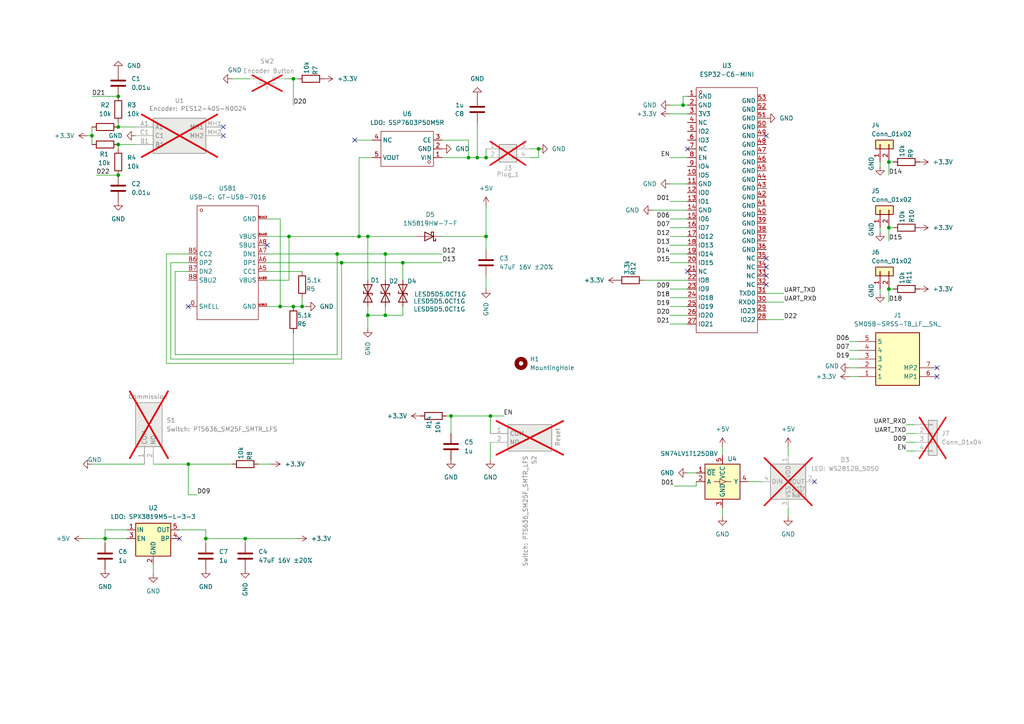
<source format=kicad_sch>
(kicad_sch (version 20231120) (generator "eeschema") (generator_version "8.0")
  (paper "A4")
  (lib_symbols
    (symbol "Connector_Generic:Conn_01x02" (pin_names (offset 1.016) hide)
      (property "Reference" "J" (at 0 2.54 0))
      (property "Value" "Conn_01x02" (at 0 -5.08 0))
      (symbol "Conn_01x02_1_1"
        (pin passive line (at -5.08 0 0) (length 3.81) (name "Pin_1") (number "1"))
        (pin passive line (at -5.08 -2.54 0) (length 3.81) (name "Pin_2") (number "2"))
      )
    )
    (symbol "Connector_Generic:Conn_01x04" (pin_names (offset 1.016) hide)
      (property "Reference" "J" (at 0 5.08 0))
      (property "Value" "Conn_01x04" (at 0 -7.62 0))
      (symbol "Conn_01x04_1_1"
        (pin passive line (at -5.08 2.54 0) (length 3.81) (name "Pin_1") (number "1"))
        (pin passive line (at -5.08 0 0) (length 3.81) (name "Pin_2") (number "2"))
        (pin passive line (at -5.08 -2.54 0) (length 3.81) (name "Pin_3") (number "3"))
        (pin passive line (at -5.08 -5.08 0) (length 3.81) (name "Pin_4") (number "4"))
      )
    )
    (symbol "Connector_Generic:Conn_02x02_Top_Bottom" (pin_names (offset 1.016) hide)
      (property "Reference" "J" (at 1.27 2.54 0))
      (property "Value" "Conn_02x02_Top_Bottom" (at 1.27 -5.08 0))
      (symbol "Conn_02x02_Top_Bottom_1_1"
        (pin passive line (at -5.08 0 0) (length 3.81) (name "Pin_1") (number "1"))
        (pin passive line (at -5.08 -2.54 0) (length 3.81) (name "Pin_2") (number "2"))
        (pin passive line (at 7.62 0 180) (length 3.81) (name "Pin_3") (number "3"))
        (pin passive line (at 7.62 -2.54 180) (length 3.81) (name "Pin_4") (number "4"))
      )
    )
    (symbol "Device:C" (pin_numbers hide) (pin_names (offset 0.254))
      (property "Reference" "C" (at 0.635 2.54 0))
      (property "Value" "C" (at 0.635 -2.54 0))
      (symbol "C_1_1"
        (pin passive line (at 0 3.81 270) (length 2.794) (name "~") (number "1"))
        (pin passive line (at 0 -3.81 90) (length 2.794) (name "~") (number "2"))
      )
    )
    (symbol "Device:D_Schottky" (pin_numbers hide) (pin_names (offset 1.016) hide)
      (property "Reference" "D" (at 0 2.54 0))
      (property "Value" "D_Schottky" (at 0 -2.54 0))
      (symbol "D_Schottky_1_1"
        (pin passive line (at -3.81 0 0) (length 2.54) (name "K") (number "1"))
        (pin passive line (at 3.81 0 180) (length 2.54) (name "A") (number "2"))
      )
    )
    (symbol "Device:D_TVS" (pin_numbers hide) (pin_names (offset 1.016) hide)
      (property "Reference" "D" (at 0 2.54 0))
      (property "Value" "D_TVS" (at 0 -2.54 0))
      (symbol "D_TVS_1_1"
        (pin passive line (at -3.81 0 0) (length 2.54) (name "A1") (number "1"))
        (pin passive line (at 3.81 0 180) (length 2.54) (name "A2") (number "2"))
      )
    )
    (symbol "Device:R" (pin_numbers hide) (pin_names (offset 0))
      (property "Reference" "R" (at 2.032 0 90))
      (property "Value" "R" (at 0 0 90))
      (symbol "R_1_1"
        (pin passive line (at 0 3.81 270) (length 1.27) (name "~") (number "1"))
        (pin passive line (at 0 -3.81 90) (length 1.27) (name "~") (number "2"))
      )
    )
    (symbol "GND_4" (power) (pin_numbers hide) (pin_names (offset 0) hide)
      (property "Value" "GND" (at 0 -3.81 0))
      (symbol "GND_4_1_1"
        (pin power_in line (at 0 0 270) (length 0) (name "~") (number "1"))
      )
    )
    (symbol "Logic_LevelTranslator:SN74LV1T125DBV"
      (property "Reference" "U" (at 5.08 6.35 0))
      (property "Value" "SN74LV1T125DBV" (at 5.08 3.81 0))
      (symbol "SN74LV1T125DBV_1_1"
        (pin input line (at -7.62 2.54 0) (length 2.54) (name "~{OE}") (number "1"))
        (pin input line (at -7.62 0 0) (length 2.54) (name "A") (number "2"))
        (pin power_in line (at 0 -7.62 90) (length 2.54) (name "GND") (number "3"))
        (pin output line (at 7.62 0 180) (length 2.54) (name "Y") (number "4"))
        (pin power_in line (at 0 7.62 270) (length 2.54) (name "VCC") (number "5"))
      )
    )
    (symbol "Mechanical:MountingHole" (pin_names (offset 1.016)) (exclude_from_sim yes) (in_bom no)
      (property "Reference" "H" (at 0 5.08 0))
      (property "Value" "MountingHole" (at 0 3.175 0))
    )
    (symbol "ProProject_New Project_2024-06-28_12-44-45_2024-06-28:GT-USB-7016"
      (property "Reference" "USB" (at 0 0 0))
      (symbol "GT-USB-7016_1_0"
        (pin unspecified line (at -12.7 -12.7 0) (length 2.54) (name "SHELL") (number "0"))
        (pin unspecified line (at 10.16 -12.7 180) (length 2.54) (name "GND") (number "A1B12"))
        (pin unspecified line (at 10.16 -5.08 180) (length 2.54) (name "VBUS") (number "A4B9"))
        (pin unspecified line (at 10.16 -2.54 180) (length 2.54) (name "CC1") (number "A5"))
        (pin unspecified line (at 10.16 0 180) (length 2.54) (name "DP1") (number "A6"))
        (pin unspecified line (at 10.16 2.54 180) (length 2.54) (name "DN1") (number "A7"))
        (pin unspecified line (at 10.16 5.08 180) (length 2.54) (name "SBU1") (number "A8"))
        (pin unspecified line (at 10.16 12.7 180) (length 2.54) (name "GND") (number "B1A12"))
        (pin unspecified line (at 10.16 7.62 180) (length 2.54) (name "VBUS") (number "B4A9"))
        (pin unspecified line (at -12.7 2.54 0) (length 2.54) (name "CC2") (number "B5"))
        (pin unspecified line (at -12.7 0 0) (length 2.54) (name "DP2") (number "B6"))
        (pin unspecified line (at -12.7 -2.54 0) (length 2.54) (name "DN2") (number "B7"))
        (pin unspecified line (at -12.7 -5.08 0) (length 2.54) (name "SBU2") (number "B8"))
      )
    )
    (symbol "Regulator_Linear:SPX3819M5-L-3-3" (pin_names (offset 0.254))
      (property "Reference" "U" (at -3.81 5.715 0))
      (property "Value" "SPX3819M5-L-3-3" (at 0 5.715 0))
      (symbol "SPX3819M5-L-3-3_1_1"
        (pin power_in line (at -7.62 2.54 0) (length 2.54) (name "IN") (number "1"))
        (pin power_in line (at 0 -7.62 90) (length 2.54) (name "GND") (number "2"))
        (pin input line (at -7.62 0 0) (length 2.54) (name "EN") (number "3"))
        (pin input line (at 7.62 0 180) (length 2.54) (name "BP") (number "4"))
        (pin power_out line (at 7.62 2.54 180) (length 2.54) (name "OUT") (number "5"))
      )
    )
    (symbol "SparkFun-LED:WS2812B_5050" (pin_names (offset 0.254))
      (property "Reference" "D" (at 5.08 5.715 0))
      (property "Value" "WS2812B_5050" (at 1.27 -5.715 0))
      (symbol "WS2812B_5050_0_0"
        (text "RGB" (at 2.286 -4.191 0) (effects (font (size 0.762 0.762))))
      )
      (symbol "WS2812B_5050_1_1"
        (pin power_in line (at 0 7.62 270) (length 2.54) (name "VDD") (number "1"))
        (pin output line (at 7.62 0 180) (length 2.54) (name "DOUT") (number "2"))
        (pin power_in line (at 0 -7.62 90) (length 2.54) (name "VSS") (number "3"))
        (pin input line (at -7.62 0 0) (length 2.54) (name "DIN") (number "4"))
      )
    )
    (symbol "Switch:SW_Push" (pin_numbers hide) (pin_names (offset 1.016) hide)
      (property "Reference" "SW" (at 1.27 2.54 0))
      (property "Value" "SW_Push" (at 0 -1.524 0))
      (symbol "SW_Push_0_1"
        (pin passive line (at -5.08 0 0) (length 2.54) (name "1") (number "1"))
        (pin passive line (at 5.08 0 180) (length 2.54) (name "2") (number "2"))
      )
    )
    (symbol "bourns:PES12-40S-N0024"
      (property "Reference" "U" (at 21.59 7.62 0))
      (property "Value" "PES12-40S-N0024" (at 21.59 5.08 0))
      (symbol "PES12-40S-N0024_1_1"
        (pin passive line (at 0 0 0) (length 5.08) (name "A1") (number "A1"))
        (pin passive line (at 0 -5.08 0) (length 5.08) (name "B1") (number "B1"))
        (pin passive line (at 0 -2.54 0) (length 5.08) (name "C1") (number "C1"))
        (pin passive line (at 25.4 0 180) (length 5.08) (name "MH1") (number "MH1"))
        (pin passive line (at 25.4 -2.54 180) (length 5.08) (name "MH2") (number "MH2"))
      )
    )
    (symbol "button_ck:PTS636_SM25F_SMTR_LFS"
      (property "Reference" "S" (at 19.05 7.62 0))
      (property "Value" "PTS636_SM25F_SMTR_LFS" (at 19.05 5.08 0))
      (symbol "PTS636_SM25F_SMTR_LFS_1_1"
        (pin passive line (at 0 0 0) (length 5.08) (name "COM") (number "1"))
        (pin passive line (at 0 -2.54 0) (length 5.08) (name "NO") (number "2"))
      )
    )
    (symbol "connector_jst:SM05B-SRSS-TB_LF__SN_"
      (property "Reference" "J" (at 19.05 7.62 0))
      (property "Value" "SM05B-SRSS-TB_LF__SN_" (at 19.05 5.08 0))
      (symbol "SM05B-SRSS-TB_LF__SN__1_1"
        (pin passive line (at 22.86 0 180) (length 5.08) (name "1") (number "1"))
        (pin passive line (at 22.86 -2.54 180) (length 5.08) (name "2") (number "2"))
        (pin passive line (at 22.86 -5.08 180) (length 5.08) (name "3") (number "3"))
        (pin passive line (at 22.86 -7.62 180) (length 5.08) (name "4") (number "4"))
        (pin passive line (at 22.86 -10.16 180) (length 5.08) (name "5") (number "5"))
        (pin passive line (at 0 0 0) (length 5.08) (name "MP1") (number "6"))
        (pin passive line (at 0 -2.54 0) (length 5.08) (name "MP2") (number "7"))
      )
    )
    (symbol "espressif_mcu:ESP32-C6-MINI-1-N4"
      (property "Reference" "U" (at 0 0 0))
      (property "Footprint" "espressif_mcu:WIFIM-SMD_61P-L16.6-W13.2-P0.80-ESP32-C6-MINI-1-N4" (at 0 0 0))
      (symbol "ESP32-C6-MINI-1-N4_1_0"
        (pin unspecified line (at -11.43 33.02 0) (length 2.54) (name "GND") (number "1"))
        (pin unspecified line (at -11.43 10.16 0) (length 2.54) (name "IO5") (number "10"))
        (pin unspecified line (at -11.43 7.62 0) (length 2.54) (name "GND") (number "11"))
        (pin unspecified line (at -11.43 5.08 0) (length 2.54) (name "IO0") (number "12"))
        (pin unspecified line (at -11.43 2.54 0) (length 2.54) (name "IO1") (number "13"))
        (pin unspecified line (at -11.43 0 0) (length 2.54) (name "GND") (number "14"))
        (pin unspecified line (at -11.43 -2.54 0) (length 2.54) (name "IO6") (number "15"))
        (pin unspecified line (at -11.43 -5.08 0) (length 2.54) (name "IO7") (number "16"))
        (pin unspecified line (at -11.43 -7.62 0) (length 2.54) (name "IO12") (number "17"))
        (pin unspecified line (at -11.43 -10.16 0) (length 2.54) (name "IO13") (number "18"))
        (pin unspecified line (at -11.43 -12.7 0) (length 2.54) (name "IO14") (number "19"))
        (pin unspecified line (at -11.43 30.48 0) (length 2.54) (name "GND") (number "2"))
        (pin unspecified line (at -11.43 -15.24 0) (length 2.54) (name "IO15") (number "20"))
        (pin unspecified line (at -11.43 -17.78 0) (length 2.54) (name "NC") (number "21"))
        (pin unspecified line (at -11.43 -20.32 0) (length 2.54) (name "IO8") (number "22"))
        (pin unspecified line (at -11.43 -22.86 0) (length 2.54) (name "IO9") (number "23"))
        (pin unspecified line (at -11.43 -25.4 0) (length 2.54) (name "IO18") (number "24"))
        (pin unspecified line (at -11.43 -27.94 0) (length 2.54) (name "IO19") (number "25"))
        (pin unspecified line (at -11.43 -30.48 0) (length 2.54) (name "IO20") (number "26"))
        (pin unspecified line (at -11.43 -33.02 0) (length 2.54) (name "IO21") (number "27"))
        (pin unspecified line (at 11.43 -31.75 180) (length 2.54) (name "IO22") (number "28"))
        (pin unspecified line (at 11.43 -29.21 180) (length 2.54) (name "IO23") (number "29"))
        (pin unspecified line (at -11.43 27.94 0) (length 2.54) (name "3V3") (number "3"))
        (pin unspecified line (at 11.43 -26.67 180) (length 2.54) (name "RXD0") (number "30"))
        (pin unspecified line (at 11.43 -24.13 180) (length 2.54) (name "TXD0") (number "31"))
        (pin unspecified line (at 11.43 -21.59 180) (length 2.54) (name "NC") (number "32"))
        (pin unspecified line (at 11.43 -19.05 180) (length 2.54) (name "NC") (number "33"))
        (pin unspecified line (at 11.43 -16.51 180) (length 2.54) (name "NC") (number "34"))
        (pin unspecified line (at 11.43 -13.97 180) (length 2.54) (name "NC") (number "35"))
        (pin unspecified line (at 11.43 -11.43 180) (length 2.54) (name "GND") (number "36"))
        (pin unspecified line (at 11.43 -8.89 180) (length 2.54) (name "GND") (number "37"))
        (pin unspecified line (at 11.43 -6.35 180) (length 2.54) (name "GND") (number "38"))
        (pin unspecified line (at 11.43 -3.81 180) (length 2.54) (name "GND") (number "39"))
        (pin unspecified line (at -11.43 25.4 0) (length 2.54) (name "NC") (number "4"))
        (pin unspecified line (at 11.43 -1.27 180) (length 2.54) (name "GND") (number "40"))
        (pin unspecified line (at 11.43 1.27 180) (length 2.54) (name "GND") (number "41"))
        (pin unspecified line (at 11.43 3.81 180) (length 2.54) (name "GND") (number "42"))
        (pin unspecified line (at 11.43 6.35 180) (length 2.54) (name "GND") (number "43"))
        (pin unspecified line (at 11.43 8.89 180) (length 2.54) (name "GND") (number "44"))
        (pin unspecified line (at 11.43 11.43 180) (length 2.54) (name "GND") (number "45"))
        (pin unspecified line (at 11.43 13.97 180) (length 2.54) (name "GND") (number "46"))
        (pin unspecified line (at 11.43 16.51 180) (length 2.54) (name "GND") (number "47"))
        (pin unspecified line (at 11.43 19.05 180) (length 2.54) (name "GND") (number "48"))
        (pin unspecified line (at 11.43 21.59 180) (length 2.54) (name "GND") (number "49"))
        (pin unspecified line (at -11.43 22.86 0) (length 2.54) (name "IO2") (number "5"))
        (pin unspecified line (at 11.43 24.13 180) (length 2.54) (name "GND") (number "50"))
        (pin unspecified line (at 11.43 26.67 180) (length 2.54) (name "GND") (number "51"))
        (pin unspecified line (at 11.43 29.21 180) (length 2.54) (name "GND") (number "52"))
        (pin unspecified line (at 11.43 31.75 180) (length 2.54) (name "GND") (number "53"))
        (pin unspecified line (at -11.43 20.32 0) (length 2.54) (name "IO3") (number "6"))
        (pin unspecified line (at -11.43 17.78 0) (length 2.54) (name "NC") (number "7"))
        (pin unspecified line (at -11.43 15.24 0) (length 2.54) (name "EN") (number "8"))
        (pin unspecified line (at -11.43 12.7 0) (length 2.54) (name "IO4") (number "9"))
      )
    )
    (symbol "ldo_jlcpcb:SSP7603P50M5R"
      (property "Reference" "U" (at 0 0 0))
      (symbol "SSP7603P50M5R_1_0"
        (pin input line (at -10.16 2.54 0) (length 2.54) (name "VIN") (number "1"))
        (pin input line (at -10.16 0 0) (length 2.54) (name "GND") (number "2"))
        (pin input line (at -10.16 -2.54 0) (length 2.54) (name "CE") (number "3"))
        (pin input line (at 10.16 -2.54 180) (length 2.54) (name "NC") (number "4"))
        (pin input line (at 10.16 2.54 180) (length 2.54) (name "VOUT") (number "5"))
      )
    )
    (symbol "power:+3.3V" (power) (pin_numbers hide) (pin_names (offset 0) hide)
      (property "Value" "+3.3V" (at 0 3.556 0))
      (symbol "+3.3V_1_1"
        (pin power_in line (at 0 0 90) (length 0) (name "~") (number "1"))
      )
    )
    (symbol "power:+5V" (power) (pin_numbers hide) (pin_names (offset 0) hide)
      (property "Value" "+5V" (at 0 3.556 0))
      (symbol "+5V_1_1"
        (pin power_in line (at 0 0 90) (length 0) (name "~") (number "1"))
      )
    )
    (symbol "power:GND" (power) (pin_names (offset 0))
      (property "Value" "GND" (at 0 -3.81 0))
      (symbol "GND_1_1"
        (pin power_in line (at 0 0 270) (length 0) hide (name "GND") (number "1"))
      )
    )
  )
  (junction (at 104.14 68.58))
  (junction (at 99.06 76.2))
  (junction (at 135.89 45.72))
  (junction (at 26.67 39.37))
  (junction (at 257.81 66.04))
  (junction (at 30.48 156.21))
  (junction (at 111.76 73.66))
  (junction (at 34.29 36.83))
  (junction (at 85.09 22.86))
  (junction (at 130.81 120.65))
  (junction (at 198.12 30.48))
  (junction (at 87.63 88.9))
  (junction (at 85.09 88.9))
  (junction (at 83.82 68.58))
  (junction (at 97.79 73.66))
  (junction (at 54.61 134.62))
  (junction (at 257.81 83.82))
  (junction (at 106.68 91.44))
  (junction (at 59.69 156.21))
  (junction (at 81.28 88.9))
  (junction (at 138.43 45.72))
  (junction (at 140.97 45.72))
  (junction (at 111.76 91.44))
  (junction (at 156.21 43.18))
  (junction (at 106.68 68.58))
  (junction (at 34.29 50.8))
  (junction (at 257.81 46.99))
  (junction (at 140.97 68.58))
  (junction (at 71.12 156.21))
  (junction (at 116.84 76.2))
  (junction (at 34.29 27.94))
  (junction (at 142.24 120.65))
  (junction (at 34.29 41.91))
  (no_connect (at 236.22 139.7))
  (no_connect (at 102.87 40.64))
  (no_connect (at 64.77 36.83))
  (no_connect (at 54.61 88.9))
  (no_connect (at 271.78 106.68))
  (no_connect (at 222.25 82.55))
  (no_connect (at 271.78 109.22))
  (no_connect (at 222.25 39.37))
  (no_connect (at 77.47 71.12))
  (no_connect (at 222.25 74.93))
  (no_connect (at 64.77 39.37))
  (no_connect (at 199.39 78.74))
  (no_connect (at 222.25 80.01))
  (no_connect (at 222.25 77.47))
  (no_connect (at 199.39 43.18))
  (no_connect (at 52.07 156.21))
  (wire (pts (xy 111.76 91.44) (xy 116.84 91.44)))
  (wire (pts (xy 194.31 68.58) (xy 199.39 68.58)))
  (wire (pts (xy 25.4 39.37) (xy 26.67 39.37)))
  (wire (pts (xy 107.95 45.72) (xy 104.14 45.72)))
  (wire (pts (xy 71.12 156.21) (xy 71.12 157.48)))
  (wire (pts (xy 44.45 163.83) (xy 44.45 166.37)))
  (wire (pts (xy 142.24 120.65) (xy 142.24 125.73)))
  (wire (pts (xy 201.93 140.97) (xy 201.93 139.7)))
  (wire (pts (xy 194.31 73.66) (xy 199.39 73.66)))
  (wire (pts (xy 217.17 139.7) (xy 220.98 139.7)))
  (wire (pts (xy 77.47 81.28) (xy 83.82 81.28)))
  (wire (pts (xy 129.54 120.65) (xy 130.81 120.65)))
  (wire (pts (xy 138.43 45.72) (xy 140.97 45.72)))
  (wire (pts (xy 59.69 156.21) (xy 59.69 157.48)))
  (wire (pts (xy 198.12 30.48) (xy 199.39 30.48)))
  (wire (pts (xy 54.61 76.2) (xy 49.53 76.2)))
  (wire (pts (xy 97.79 73.66) (xy 97.79 102.87)))
  (wire (pts (xy 77.47 78.74) (xy 87.63 78.74)))
  (wire (pts (xy 228.6 129.54) (xy 228.6 132.08)))
  (wire (pts (xy 194.31 88.9) (xy 199.39 88.9)))
  (wire (pts (xy 128.27 68.58) (xy 140.97 68.58)))
  (wire (pts (xy 54.61 78.74) (xy 50.8 78.74)))
  (wire (pts (xy 194.31 93.98) (xy 199.39 93.98)))
  (wire (pts (xy 116.84 76.2) (xy 128.27 76.2)))
  (wire (pts (xy 48.26 73.66) (xy 48.26 105.41)))
  (wire (pts (xy 257.81 66.04) (xy 259.08 66.04)))
  (wire (pts (xy 130.81 120.65) (xy 130.81 125.73)))
  (wire (pts (xy 78.74 134.62) (xy 74.93 134.62)))
  (wire (pts (xy 106.68 91.44) (xy 111.76 91.44)))
  (wire (pts (xy 77.47 73.66) (xy 97.79 73.66)))
  (wire (pts (xy 24.13 156.21) (xy 30.48 156.21)))
  (wire (pts (xy 81.28 88.9) (xy 85.09 88.9)))
  (wire (pts (xy 194.31 71.12) (xy 199.39 71.12)))
  (wire (pts (xy 128.27 45.72) (xy 135.89 45.72)))
  (wire (pts (xy 198.12 27.94) (xy 198.12 30.48)))
  (wire (pts (xy 77.47 63.5) (xy 81.28 63.5)))
  (wire (pts (xy 140.97 68.58) (xy 140.97 72.39)))
  (wire (pts (xy 85.09 22.86) (xy 85.09 30.48)))
  (wire (pts (xy 85.09 22.86) (xy 86.36 22.86)))
  (wire (pts (xy 77.47 68.58) (xy 83.82 68.58)))
  (wire (pts (xy 36.83 153.67) (xy 30.48 153.67)))
  (wire (pts (xy 59.69 156.21) (xy 71.12 156.21)))
  (wire (pts (xy 34.29 35.56) (xy 34.29 36.83)))
  (wire (pts (xy 262.89 123.19) (xy 265.43 123.19)))
  (wire (pts (xy 111.76 73.66) (xy 128.27 73.66)))
  (wire (pts (xy 34.29 27.94) (xy 26.67 27.94)))
  (wire (pts (xy 104.14 45.72) (xy 104.14 68.58)))
  (wire (pts (xy 26.67 134.62) (xy 41.91 134.62)))
  (wire (pts (xy 257.81 66.04) (xy 257.81 69.85)))
  (wire (pts (xy 34.29 36.83) (xy 39.37 36.83)))
  (wire (pts (xy 209.55 147.32) (xy 209.55 149.86)))
  (wire (pts (xy 194.31 66.04) (xy 199.39 66.04)))
  (wire (pts (xy 85.09 105.41) (xy 85.09 96.52)))
  (wire (pts (xy 255.27 48.26) (xy 255.27 46.99)))
  (wire (pts (xy 54.61 143.51) (xy 54.61 134.62)))
  (wire (pts (xy 135.89 40.64) (xy 135.89 45.72)))
  (wire (pts (xy 30.48 156.21) (xy 36.83 156.21)))
  (wire (pts (xy 257.81 46.99) (xy 259.08 46.99)))
  (wire (pts (xy 262.89 130.81) (xy 265.43 130.81)))
  (wire (pts (xy 106.68 88.9) (xy 106.68 91.44)))
  (wire (pts (xy 194.31 30.48) (xy 198.12 30.48)))
  (wire (pts (xy 44.45 134.62) (xy 54.61 134.62)))
  (wire (pts (xy 106.68 68.58) (xy 120.65 68.58)))
  (wire (pts (xy 26.67 36.83) (xy 26.67 39.37)))
  (wire (pts (xy 140.97 68.58) (xy 140.97 59.69)))
  (wire (pts (xy 77.47 88.9) (xy 81.28 88.9)))
  (wire (pts (xy 71.12 156.21) (xy 86.36 156.21)))
  (wire (pts (xy 189.23 60.96) (xy 199.39 60.96)))
  (wire (pts (xy 30.48 153.67) (xy 30.48 156.21)))
  (wire (pts (xy 54.61 134.62) (xy 67.31 134.62)))
  (wire (pts (xy 262.89 125.73) (xy 265.43 125.73)))
  (wire (pts (xy 194.31 45.72) (xy 199.39 45.72)))
  (wire (pts (xy 82.55 22.86) (xy 85.09 22.86)))
  (wire (pts (xy 34.29 41.91) (xy 39.37 41.91)))
  (wire (pts (xy 246.38 109.22) (xy 248.92 109.22)))
  (wire (pts (xy 83.82 68.58) (xy 104.14 68.58)))
  (wire (pts (xy 255.27 85.09) (xy 255.27 83.82)))
  (wire (pts (xy 67.31 22.86) (xy 72.39 22.86)))
  (wire (pts (xy 34.29 41.91) (xy 34.29 43.18)))
  (wire (pts (xy 222.25 87.63) (xy 227.33 87.63)))
  (wire (pts (xy 99.06 76.2) (xy 116.84 76.2)))
  (wire (pts (xy 26.67 39.37) (xy 26.67 41.91)))
  (wire (pts (xy 116.84 76.2) (xy 116.84 81.28)))
  (wire (pts (xy 186.69 81.28) (xy 199.39 81.28)))
  (wire (pts (xy 194.31 83.82) (xy 199.39 83.82)))
  (wire (pts (xy 246.38 101.6) (xy 248.92 101.6)))
  (wire (pts (xy 116.84 88.9) (xy 116.84 91.44)))
  (wire (pts (xy 142.24 120.65) (xy 146.05 120.65)))
  (wire (pts (xy 222.25 92.71) (xy 227.33 92.71)))
  (wire (pts (xy 228.6 147.32) (xy 228.6 149.86)))
  (wire (pts (xy 140.97 80.01) (xy 140.97 83.82)))
  (wire (pts (xy 50.8 102.87) (xy 97.79 102.87)))
  (wire (pts (xy 194.31 86.36) (xy 199.39 86.36)))
  (wire (pts (xy 111.76 88.9) (xy 111.76 91.44)))
  (wire (pts (xy 194.31 63.5) (xy 199.39 63.5)))
  (wire (pts (xy 195.58 140.97) (xy 201.93 140.97)))
  (wire (pts (xy 49.53 104.14) (xy 99.06 104.14)))
  (wire (pts (xy 194.31 33.02) (xy 199.39 33.02)))
  (wire (pts (xy 99.06 76.2) (xy 99.06 104.14)))
  (wire (pts (xy 142.24 128.27) (xy 142.24 133.35)))
  (wire (pts (xy 209.55 129.54) (xy 209.55 132.08)))
  (wire (pts (xy 194.31 76.2) (xy 199.39 76.2)))
  (wire (pts (xy 54.61 143.51) (xy 57.15 143.51)))
  (wire (pts (xy 102.87 40.64) (xy 107.95 40.64)))
  (wire (pts (xy 104.14 68.58) (xy 106.68 68.58)))
  (wire (pts (xy 49.53 76.2) (xy 49.53 104.14)))
  (wire (pts (xy 34.29 50.8) (xy 27.94 50.8)))
  (wire (pts (xy 59.69 153.67) (xy 59.69 156.21)))
  (wire (pts (xy 30.48 156.21) (xy 30.48 157.48)))
  (wire (pts (xy 246.38 104.14) (xy 248.92 104.14)))
  (wire (pts (xy 156.21 45.72) (xy 156.21 43.18)))
  (wire (pts (xy 106.68 91.44) (xy 106.68 95.25)))
  (wire (pts (xy 77.47 76.2) (xy 99.06 76.2)))
  (wire (pts (xy 135.89 45.72) (xy 138.43 45.72)))
  (wire (pts (xy 153.67 45.72) (xy 156.21 45.72)))
  (wire (pts (xy 255.27 67.31) (xy 255.27 66.04)))
  (wire (pts (xy 257.81 83.82) (xy 257.81 87.63)))
  (wire (pts (xy 199.39 137.16) (xy 201.93 137.16)))
  (wire (pts (xy 87.63 86.36) (xy 87.63 88.9)))
  (wire (pts (xy 199.39 27.94) (xy 198.12 27.94)))
  (wire (pts (xy 87.63 88.9) (xy 88.9 88.9)))
  (wire (pts (xy 138.43 35.56) (xy 138.43 45.72)))
  (wire (pts (xy 194.31 91.44) (xy 199.39 91.44)))
  (wire (pts (xy 257.81 46.99) (xy 257.81 50.8)))
  (wire (pts (xy 83.82 81.28) (xy 83.82 68.58)))
  (wire (pts (xy 153.67 43.18) (xy 156.21 43.18)))
  (wire (pts (xy 262.89 128.27) (xy 265.43 128.27)))
  (wire (pts (xy 128.27 40.64) (xy 135.89 40.64)))
  (wire (pts (xy 81.28 63.5) (xy 81.28 88.9)))
  (wire (pts (xy 130.81 120.65) (xy 142.24 120.65)))
  (wire (pts (xy 194.31 58.42) (xy 199.39 58.42)))
  (wire (pts (xy 222.25 85.09) (xy 227.33 85.09)))
  (wire (pts (xy 194.31 53.34) (xy 199.39 53.34)))
  (wire (pts (xy 50.8 78.74) (xy 50.8 102.87)))
  (wire (pts (xy 48.26 105.41) (xy 85.09 105.41)))
  (wire (pts (xy 54.61 73.66) (xy 48.26 73.66)))
  (wire (pts (xy 111.76 73.66) (xy 111.76 81.28)))
  (wire (pts (xy 52.07 153.67) (xy 59.69 153.67)))
  (wire (pts (xy 246.38 99.06) (xy 248.92 99.06)))
  (wire (pts (xy 257.81 83.82) (xy 259.08 83.82)))
  (wire (pts (xy 97.79 73.66) (xy 111.76 73.66)))
  (wire (pts (xy 85.09 88.9) (xy 87.63 88.9)))
  (wire (pts (xy 140.97 43.18) (xy 140.97 45.72)))
  (wire (pts (xy 246.38 106.68) (xy 248.92 106.68)))
  (wire (pts (xy 106.68 68.58) (xy 106.68 81.28)))
  (label "UART_RXD" (at 262.89 123.19 180))
  (label "UART_RXD" (at 227.33 87.63 0))
  (label "D15" (at 257.81 69.85 0))
  (label "D22" (at 27.94 50.8 0))
  (label "UART_TXD" (at 262.89 125.73 180))
  (label "D09" (at 57.15 143.51 0))
  (label "D18" (at 257.81 87.63 0))
  (label "D19" (at 246.38 104.14 180))
  (label "EN" (at 262.89 130.81 180))
  (label "D06" (at 194.31 63.5 180))
  (label "D12" (at 128.27 73.66 0))
  (label "D18" (at 194.31 86.36 180))
  (label "D13" (at 194.31 71.12 180))
  (label "D20" (at 194.31 91.44 180))
  (label "D12" (at 194.31 68.58 180))
  (label "D01" (at 195.58 140.97 180))
  (label "D21" (at 26.67 27.94 0))
  (label "D06" (at 246.38 99.06 180))
  (label "UART_TXD" (at 227.33 85.09 0))
  (label "EN" (at 146.05 120.65 0))
  (label "D14" (at 194.31 73.66 180))
  (label "D09" (at 262.89 128.27 180))
  (label "D09" (at 194.31 83.82 180))
  (label "D19" (at 194.31 88.9 180))
  (label "D22" (at 227.33 92.71 0))
  (label "D14" (at 257.81 50.8 0))
  (label "D07" (at 246.38 101.6 180))
  (label "D15" (at 194.31 76.2 180))
  (label "D01" (at 194.31 58.42 180))
  (label "D13" (at 128.27 76.2 0))
  (label "EN" (at 194.31 45.72 180))
  (label "D07" (at 194.31 66.04 180))
  (label "D21" (at 194.31 93.98 180))
  (label "D20" (at 85.09 30.48 0))
  (symbol (lib_id "power:+3.3V") (at 121.92 120.65 90) (unit 1)
    (property "Reference" "#PWR036" (effects (hide yes)))
    (property "Value" "+3.3V" (at 118.11 120.6501 90) (effects (justify left)))
    (property "Description" "Power symbol creates a global label with name \"+3.3V\"" (effects (hide yes)))
  )
  (symbol (lib_id "power:GND") (at 209.55 149.86 0) (unit 1)
    (property "Reference" "#PWR012" (effects (hide yes)))
    (property "Value" "GND" (at 209.55 154.94 0))
  )
  (symbol (lib_id "power:+3.3V") (at 93.98 22.86 270) (unit 1)
    (property "Reference" "#PWR015" (effects (hide yes)))
    (property "Value" "+3.3V" (at 97.79 22.8599 90) (effects (justify left)))
    (property "Description" "Power symbol creates a global label with name \"+3.3V\"" (effects (hide yes)))
  )
  (symbol (lib_id "power:GND") (at 199.39 137.16 270) (unit 1)
    (property "Reference" "#PWR07" (effects (hide yes)))
    (property "Value" "GND" (at 195.58 137.1599 90) (effects (justify right)))
  )
  (symbol (lib_id "Device:R") (at 34.29 31.75 0) (unit 1)
    (property "Reference" "R3" (at 36.83 30.4799 0) (effects (justify left)))
    (property "Value" "10k" (at 36.83 33.0199 0) (effects (justify left)))
    (property "Footprint" "Resistor_SMD:R_0402_1005Metric" (effects (hide yes)))
    (property "LCSC" "C1523" (effects (hide yes)))
  )
  (symbol (lib_id "power:+5V") (at 140.97 59.69 0) (unit 1)
    (property "Reference" "#PWR0102" (effects (hide yes)))
    (property "Value" "+5V" (at 140.97 54.61 0))
    (property "Description" "Power symbol creates a global label with name \"+5V\"" (effects (hide yes)))
  )
  (symbol (lib_name "GND_4") (lib_id "power:GND") (at 140.97 83.82 0) (unit 1)
    (property "Reference" "#PWR026" (effects (hide yes)))
    (property "Value" "GND" (at 140.9701 87.63 90) (effects (justify right)))
    (property "Description" "Power symbol creates a global label with name \"GND\" , ground" (effects (hide yes)))
  )
  (symbol (lib_id "connector_jst:SM05B-SRSS-TB_LF__SN_") (at 271.78 109.22 180) (unit 1)
    (property "Reference" "J1" (at 260.35 91.44 0))
    (property "Value" "SM05B-SRSS-TB_LF__SN_" (at 260.35 93.98 0))
    (property "Footprint" "Connector_JST:JST_SH_SM05B-SRSS-TB_1x05-1MP_P1.00mm_Horizontal" (effects (hide yes)))
    (property "Datasheet" "http://www.jst-mfg.com/product/pdf/eng/eSH.pdf" (effects (hide yes)))
    (property "Description" "Connector Header Surface Mount, Right Angle 5 position 0.039\" (1.00mm)" (effects (hide yes)))
    (property "Height" "2.95" (effects (hide yes)))
    (property "Manufacturer_Name" "JST (JAPAN SOLDERLESS TERMINALS)" (effects (hide yes)))
    (property "Manufacturer_Part_Number" "SM05B-SRSS-TB(LF)(SN)" (effects (hide yes)))
    (property "LCSC" "C136657" (effects (hide yes)))
  )
  (symbol (lib_id "power:GND") (at 222.25 34.29 90) (unit 1)
    (property "Reference" "#PWR08" (effects (hide yes)))
    (property "Value" "GND" (at 226.06 34.2899 90) (effects (justify right)))
  )
  (symbol (lib_id "Device:D_TVS") (at 116.84 85.09 90) (unit 1)
    (property "Reference" "D4" (at 118.11 81.534 90) (effects (justify right)))
    (property "Value" "LESD5D5.0CT1G" (at 119.888 89.662 90) (effects (justify right)))
    (property "Footprint" "Diode_SMD:D_SOD-523" (effects (hide yes)))
    (property "Description" "Bidirectional transient-voltage-suppression diode" (effects (hide yes)))
    (property "LCSC" "C20416613" (effects (hide yes)))
  )
  (symbol (lib_id "Connector_Generic:Conn_01x04") (at 270.51 125.73 0) (unit 1) (dnp yes)
    (property "Reference" "J7" (at 273.05 125.7299 0) (effects (justify left)))
    (property "Value" "Conn_01x04" (at 273.05 128.2699 0) (effects (justify left)))
    (property "Footprint" "Connector_PinHeader_2.54mm:PinHeader_1x04_P2.54mm_Vertical" (effects (hide yes)))
    (property "Description" "Generic connector, single row, 01x04, script generated (kicad-library-utils/schlib/autogen/connector/)" (effects (hide yes)))
  )
  (symbol (lib_id "button_ck:PTS636_SM25F_SMTR_LFS") (at 41.91 134.62 90) (unit 1) (dnp yes)
    (property "Reference" "S1" (at 48.26 121.9199 90) (effects (justify right)))
    (property "Value" "Switch: PTS636_SM25F_SMTR_LFS" (at 48.26 124.4599 90) (effects (justify right)))
    (property "Footprint" "button_ck:PTS636_SM25F_SMTR_LFS" (effects (hide yes)))
    (property "Datasheet" "https://www.ckswitches.com/media/2779/pts636.pdf" (effects (hide yes)))
    (property "Description" "Tactile Switches Tact 50mA 12VDC, 6.0x3.5, 2.5mm H, 130gf, F leads, No ground pin, Black Actuator" (effects (hide yes)))
    (property "Height" "2.5" (effects (hide yes)))
    (property "Manufacturer_Name" "C & K COMPONENTS" (effects (hide yes)))
    (property "Manufacturer_Part_Number" "PTS636 SM25F SMTR LFS" (effects (hide yes)))
    (property "Text" "Commission" (at 42.926 115.062 90))
  )
  (symbol (lib_id "Device:R") (at 125.73 120.65 90) (unit 1)
    (property "Reference" "R14" (at 124.46 124.46 0) (effects (justify left)))
    (property "Value" "10k" (at 127 125.73 0) (effects (justify left)))
    (property "Footprint" "Resistor_SMD:R_0402_1005Metric" (effects (hide yes)))
    (property "LCSC" "C1523" (effects (hide yes)))
  )
  (symbol (lib_id "bourns:PES12-40S-N0024") (at 39.37 36.83 0) (unit 1) (dnp yes)
    (property "Reference" "U1" (at 52.07 29.21 0))
    (property "Value" "Encoder: PES12-40S-N0024" (at 57.404 31.496 0))
    (property "Footprint" "bourns_encoder:PES1240SN0024" (effects (hide yes)))
    (property "Datasheet" "https://www.bourns.com/docs/Product-Datasheets/PES12.pdf" (effects (hide yes)))
    (property "Description" "ENCODER ROTARY" (effects (hide yes)))
    (property "Height" "8.5" (effects (hide yes)))
    (property "Manufacturer_Name" "Bourns" (effects (hide yes)))
    (property "Manufacturer_Part_Number" "PES12-40S-N0024" (effects (hide yes)))
    (property "Mouser Part Number" "652-PES12-40S-N0024" (effects (hide yes)))
    (property "Mouser Price/Stock" "https://www.mouser.co.uk/ProductDetail/Bourns/PES12-40S-N0024?qs=9fn1gpisni7PBzk9dl6VPg%3D%3D" (effects (hide yes)))
  )
  (symbol (lib_id "Device:D_TVS") (at 106.68 85.09 90) (unit 1)
    (property "Reference" "D1" (at 107.442 81.28 90) (effects (justify right)))
    (property "Value" "LESD5D5.0CT1G" (at 120.142 85.344 90) (effects (justify right)))
    (property "Footprint" "Diode_SMD:D_SOD-523" (effects (hide yes)))
    (property "Description" "Bidirectional transient-voltage-suppression diode" (effects (hide yes)))
    (property "LCSC" "C20416613" (effects (hide yes)))
  )
  (symbol (lib_id "power:+5V") (at 209.55 129.54 0) (unit 1)
    (property "Reference" "#PWR016" (effects (hide yes)))
    (property "Value" "+5V" (at 209.55 124.46 0))
    (property "Description" "Power symbol creates a global label with name \"+5V\"" (effects (hide yes)))
  )
  (symbol (lib_id "Device:R") (at 30.48 41.91 90) (unit 1)
    (property "Reference" "R1" (at 30.226 44.704 90))
    (property "Value" "10k" (at 30.226 47.244 90))
    (property "Footprint" "Resistor_SMD:R_0402_1005Metric" (effects (hide yes)))
    (property "LCSC" "C1523" (effects (hide yes)))
  )
  (symbol (lib_id "power:GND") (at 30.48 165.1 0) (unit 1)
    (property "Reference" "#PWR019" (effects (hide yes)))
    (property "Value" "GND" (at 30.48 170.18 0))
  )
  (symbol (lib_id "Device:R") (at 182.88 81.28 270) (unit 1)
    (property "Reference" "R12" (at 183.642 75.946 0) (effects (justify left)))
    (property "Value" "3.3k" (at 181.864 75.438 0) (effects (justify left)))
    (property "Footprint" "Resistor_SMD:R_0603_1608Metric" (effects (hide yes)))
    (property "LCSC" "C22978" (effects (hide yes)))
  )
  (symbol (lib_id "Mechanical:MountingHole") (at 151.13 105.41 0) (unit 1) (exclude_from_sim yes) (in_bom no)
    (property "Reference" "H1" (at 153.67 104.1399 0) (effects (justify left)))
    (property "Value" "MountingHole" (at 153.67 106.6799 0) (effects (justify left)))
    (property "Footprint" "MountingHole:MountingHole_2.2mm_M2_DIN965" (effects (hide yes)))
    (property "Description" "Mounting Hole without connection" (effects (hide yes)))
  )
  (symbol (lib_id "power:GND") (at 130.81 133.35 0) (unit 1)
    (property "Reference" "#PWR037" (effects (hide yes)))
    (property "Value" "GND" (at 130.81 138.43 0))
  )
  (symbol (lib_id "power:+3.3V") (at 266.7 66.04 270) (unit 1)
    (property "Reference" "#PWR031" (effects (hide yes)))
    (property "Value" "+3.3V" (at 270.51 66.0399 90) (effects (justify left)))
    (property "Description" "Power symbol creates a global label with name \"+3.3V\"" (effects (hide yes)))
  )
  (symbol (lib_id "power:+5V") (at 228.6 129.54 0) (unit 1)
    (property "Reference" "#PWR021" (effects (hide yes)))
    (property "Value" "+5V" (at 228.6 124.46 0))
    (property "Description" "Power symbol creates a global label with name \"+5V\"" (effects (hide yes)))
  )
  (symbol (lib_id "power:+3.3V") (at 179.07 81.28 90) (unit 1)
    (property "Reference" "#PWR041" (effects (hide yes)))
    (property "Value" "+3.3V" (at 175.26 81.2799 90) (effects (justify left)))
    (property "Description" "Power symbol creates a global label with name \"+3.3V\"" (effects (hide yes)))
  )
  (symbol (lib_id "power:GND") (at 255.27 85.09 0) (unit 1)
    (property "Reference" "#PWR032" (effects (hide yes)))
    (property "Value" "GND" (at 252.73 86.36 90) (effects (justify left)))
  )
  (symbol (lib_id "Switch:SW_Push") (at 77.47 22.86 180) (unit 1) (dnp yes)
    (property "Reference" "SW2" (at 77.47 17.78 0))
    (property "Value" "Encoder Button" (at 77.978 20.574 0))
    (property "Footprint" "button_diptronics:TAEF25SVTR" (effects (hide yes)))
    (property "LCSC" "C720477" (effects (hide yes)))
  )
  (symbol (lib_id "power:GND") (at 39.37 39.37 270) (unit 1)
    (property "Reference" "#PWR010" (effects (hide yes)))
    (property "Value" "GND" (at 35.56 39.3699 90) (effects (justify right)))
  )
  (symbol (lib_id "power:GND") (at 246.38 106.68 270) (unit 1)
    (property "Reference" "#PWR038" (effects (hide yes)))
    (property "Value" "GND" (at 239.268 106.172 90) (effects (justify left)))
  )
  (symbol (lib_id "Device:R") (at 262.89 83.82 270) (unit 1)
    (property "Reference" "R11" (at 263.652 78.486 0) (effects (justify left)))
    (property "Value" "10k" (at 261.62 78.74 0) (effects (justify left)))
    (property "Footprint" "Resistor_SMD:R_0402_1005Metric" (effects (hide yes)))
    (property "LCSC" "C1523" (effects (hide yes)))
  )
  (symbol (lib_id "Device:C") (at 71.12 161.29 0) (unit 1)
    (property "Reference" "C4" (at 74.93 160.0199 0) (effects (justify left)))
    (property "Value" "47uF 16V ±20%" (at 74.93 162.5599 0) (effects (justify left)))
    (property "Footprint" "Capacitor_SMD:C_Elec_4x5.4" (effects (hide yes)))
    (property "Description" "Unpolarized capacitor" (effects (hide yes)))
    (property "LCSC" "C59921" (effects (hide yes)))
  )
  (symbol (lib_id "power:GND") (at 142.24 133.35 0) (unit 1)
    (property "Reference" "#PWR039" (effects (hide yes)))
    (property "Value" "GND" (at 142.24 138.43 0))
  )
  (symbol (lib_id "power:GND") (at 189.23 60.96 270) (unit 1)
    (property "Reference" "#PWR014" (effects (hide yes)))
    (property "Value" "GND" (at 185.42 60.9599 90) (effects (justify right)))
  )
  (symbol (lib_id "Regulator_Linear:SPX3819M5-L-3-3") (at 44.45 156.21 0) (unit 1)
    (property "Reference" "U2" (at 44.45 147.32 0))
    (property "Value" "LDO: SPX3819M5-L-3-3" (at 44.45 149.86 0))
    (property "Footprint" "Package_TO_SOT_SMD:SOT-23-5" (effects (hide yes)))
    (property "Datasheet" "https://www.exar.com/content/document.ashx?id=22106&languageid=1033&type=Datasheet&partnumber=SPX3819&filename=SPX3819.pdf&part=SPX3819" (effects (hide yes)))
    (property "Description" "500mA Low drop-out regulator, Fixed Output 3.3V, SOT-23-5" (effects (hide yes)))
    (property "LCSC" "C9055" (effects (hide yes)))
  )
  (symbol (lib_id "power:GND") (at 228.6 149.86 0) (unit 1)
    (property "Reference" "#PWR022" (effects (hide yes)))
    (property "Value" "GND" (at 228.6 154.94 0))
  )
  (symbol (lib_id "power:+5V") (at 24.13 156.21 90) (unit 1)
    (property "Reference" "#PWR017" (effects (hide yes)))
    (property "Value" "+5V" (at 20.32 156.2099 90) (effects (justify left)))
    (property "Description" "Power symbol creates a global label with name \"+5V\"" (effects (hide yes)))
  )
  (symbol (lib_id "power:GND") (at 255.27 67.31 0) (unit 1)
    (property "Reference" "#PWR030" (effects (hide yes)))
    (property "Value" "GND" (at 252.73 68.58 90) (effects (justify left)))
  )
  (symbol (lib_id "Logic_LevelTranslator:SN74LV1T125DBV") (at 209.55 139.7 0) (unit 1)
    (property "Reference" "U4" (at 212.344 133.096 0))
    (property "Value" "SN74LV1T125DBV" (at 199.898 131.572 0))
    (property "Footprint" "Package_TO_SOT_SMD:SOT-23-5" (effects (hide yes)))
    (property "Datasheet" "https://www.ti.com/lit/ds/symlink/sn74lv1t125.pdf" (effects (hide yes)))
    (property "Description" "Single Power Supply, Single Buffer Gate with 3-State Output, CMOS Logic Level Shifter Level Shifter, SOT-23-5" (effects (hide yes)))
    (property "LCSC" "C473338" (effects (hide yes)))
  )
  (symbol (lib_id "ldo_jlcpcb:SSP7603P50M5R") (at 118.11 43.18 180) (unit 1)
    (property "Reference" "U6" (at 118.11 33.02 0))
    (property "Value" "LDO: SSP7603P50M5R" (at 118.11 35.56 0))
    (property "Footprint" "Package_TO_SOT_SMD:SOT-23-5" (effects (hide yes)))
    (property "Datasheet" "https://atta.szlcsc.com/upload/public/pdf/source/20190808/C411033_AA1BE9BA2D921EDABC7A062CAAFA40DF.pdf" (effects (hide yes)))
    (property "Description" "Output Type: Maximum Input Voltage:15V Output Voltage:5V Output Voltage:5V MAX Output Current:500mA Power Supply Rejection Ratio (PSRR):40dB@(1kHz) Dropout Voltage:800mV@(500mA) Output Polarity:Positive electrode Number of Outputs:1" (effects (hide yes)))
    (property "Manufacturer Part" "SSP7603P50M5R" (effects (hide yes)))
    (property "Manufacturer" "Siproin(上海矽朋)" (effects (hide yes)))
    (property "Supplier Part" "C411033" (effects (hide yes)))
    (property "Supplier" "LCSC" (effects (hide yes)))
    (property "LCSC Part Name" "输入15V 输出5V 500mA" (effects (hide yes)))
    (property "LCSC" "C411033" (effects (hide yes)))
  )
  (symbol (lib_id "ProProject_New Project_2024-06-28_12-44-45_2024-06-28:GT-USB-7016") (at 67.31 76.2 0) (unit 1)
    (property "Reference" "USB1" (at 66.04 54.61 0))
    (property "Value" "USB-C: GT-USB-7016" (at 66.04 57.15 0))
    (property "Footprint" "usb_jlc:USB-C-SMD_GT-USB-7016B" (effects (hide yes)))
    (property "Datasheet" "https://atta.szlcsc.com/upload/public/pdf/source/20231219/51E1F8A4ECBFBDAD3BDE513F5EEE28FB.pdf" (effects (hide yes)))
    (property "Description" "Connector Type:Type-C Standard:USB 2.0 Gender:Female Mounting Style:卧贴 Number of Contacts:16P Number of Ports:1 Current Rating - Power (Max):5A Contact Material:高导铜 Contact Plating:Gold Operating Temperature Range:-40°C~+85°C Operating Temperature Range:-40" (effects (hide yes)))
    (property "Manufacturer Part" "GT-USB-7016" (effects (hide yes)))
    (property "Manufacturer" "G-Switch(品赞)" (effects (hide yes)))
    (property "Supplier Part" "C2843972" (effects (hide yes)))
    (property "Supplier" "LCSC" (effects (hide yes)))
    (property "LCSC Part Name" "Type-C 母 卧贴" (effects (hide yes)))
    (property "LCSC" "C2843972" (effects (hide yes)))
  )
  (symbol (lib_id "power:GND") (at 156.21 43.18 90) (unit 1)
    (property "Reference" "#PWR020" (effects (hide yes)))
    (property "Value" "GND" (at 160.02 43.1799 90) (effects (justify right)))
  )
  (symbol (lib_id "Device:R") (at 90.17 22.86 270) (unit 1)
    (property "Reference" "R7" (at 91.44 19.05 0) (effects (justify left)))
    (property "Value" "10k" (at 88.9 17.78 0) (effects (justify left)))
    (property "Footprint" "Resistor_SMD:R_0402_1005Metric" (effects (hide yes)))
    (property "LCSC" "C1523" (effects (hide yes)))
  )
  (symbol (lib_id "Connector_Generic:Conn_02x02_Top_Bottom") (at 146.05 43.18 0) (unit 1) (dnp yes)
    (property "Reference" "J3" (at 147.32 48.768 0))
    (property "Value" "Plug_1" (at 147.32 50.546 0))
    (property "Footprint" "Connector_PinHeader_2.54mm:PinHeader_2x02_P2.54mm_Vertical" (effects (hide yes)))
    (property "Description" "Generic connector, double row, 02x02, top/bottom pin numbering scheme (row 1: 1...pins_per_row, row2: pins_per_row+1 ... num_pins), script generated (kicad-library-utils/schlib/autogen/connector/)" (effects (hide yes)))
    (property "LCSC" "C780055" (effects (hide yes)))
  )
  (symbol (lib_id "Device:D_Schottky") (at 124.46 68.58 180) (unit 1)
    (property "Reference" "D5" (at 124.7775 62.23 0))
    (property "Value" "1N5819HW-7-F" (at 124.7775 64.77 0))
    (property "Footprint" "Diode_SMD:D_SOD-123" (effects (hide yes)))
    (property "Description" "Schottky diode" (effects (hide yes)))
    (property "LCSC" "C82544" (effects (hide yes)))
  )
  (symbol (lib_id "power:GND") (at 255.27 48.26 0) (unit 1)
    (property "Reference" "#PWR028" (effects (hide yes)))
    (property "Value" "GND" (at 252.73 49.53 90) (effects (justify left)))
  )
  (symbol (lib_id "Device:R") (at 262.89 46.99 270) (unit 1)
    (property "Reference" "R9" (at 264.16 43.18 0) (effects (justify left)))
    (property "Value" "10k" (at 261.62 41.91 0) (effects (justify left)))
    (property "Footprint" "Resistor_SMD:R_0402_1005Metric" (effects (hide yes)))
    (property "LCSC" "C1523" (effects (hide yes)))
  )
  (symbol (lib_id "button_ck:PTS636_SM25F_SMTR_LFS") (at 142.24 125.73 0) (unit 1) (dnp yes)
    (property "Reference" "S2" (at 154.9401 132.08 90) (effects (justify right)))
    (property "Value" "Switch: PTS636_SM25F_SMTR_LFS" (at 152.4001 132.08 90) (effects (justify right)))
    (property "Footprint" "button_ck:PTS636_SM25F_SMTR_LFS" (effects (hide yes)))
    (property "Datasheet" "https://www.ckswitches.com/media/2779/pts636.pdf" (effects (hide yes)))
    (property "Description" "Tactile Switches Tact 50mA 12VDC, 6.0x3.5, 2.5mm H, 130gf, F leads, No ground pin, Black Actuator" (effects (hide yes)))
    (property "Height" "2.5" (effects (hide yes)))
    (property "Manufacturer_Name" "C & K COMPONENTS" (effects (hide yes)))
    (property "Manufacturer_Part_Number" "PTS636 SM25F SMTR LFS" (effects (hide yes)))
    (property "Text" "Reset" (at 161.798 126.746 90))
  )
  (symbol (lib_id "Device:D_TVS") (at 111.76 85.09 90) (unit 1)
    (property "Reference" "D2" (at 112.776 81.534 90) (effects (justify right)))
    (property "Value" "LESD5D5.0CT1G" (at 119.888 87.376 90) (effects (justify right)))
    (property "Footprint" "Diode_SMD:D_SOD-523" (effects (hide yes)))
    (property "Description" "Bidirectional transient-voltage-suppression diode" (effects (hide yes)))
    (property "LCSC" "C20416613" (effects (hide yes)))
  )
  (symbol (lib_id "power:GND") (at 67.31 22.86 270) (unit 1)
    (property "Reference" "#PWR011" (effects (hide yes)))
    (property "Value" "GND" (at 66.04 20.32 90) (effects (justify left)))
  )
  (symbol (lib_id "Connector_Generic:Conn_01x02") (at 255.27 78.74 90) (unit 1)
    (property "Reference" "J6" (at 252.73 73.152 90) (effects (justify right)))
    (property "Value" "Conn_01x02" (at 252.73 75.692 90) (effects (justify right)))
    (property "Footprint" "Connector_JST:JST_SH_SM02B-SRSS-TB_1x02-1MP_P1.00mm_Horizontal" (effects (hide yes)))
    (property "Description" "Generic connector, single row, 01x02, script generated (kicad-library-utils/schlib/autogen/connector/)" (effects (hide yes)))
    (property "LCSC" "C160402" (effects (hide yes)))
  )
  (symbol (lib_id "power:+3.3V") (at 194.31 33.02 90) (unit 1)
    (property "Reference" "#PWR04" (effects (hide yes)))
    (property "Value" "+3.3V" (at 190.5 33.0199 90) (effects (justify left)))
    (property "Description" "Power symbol creates a global label with name \"+3.3V\"" (effects (hide yes)))
  )
  (symbol (lib_id "Device:R") (at 30.48 36.83 90) (unit 1)
    (property "Reference" "R2" (at 30.48 30.48 90))
    (property "Value" "10k" (at 30.48 33.02 90))
    (property "Footprint" "Resistor_SMD:R_0402_1005Metric" (effects (hide yes)))
    (property "LCSC" "C1523" (effects (hide yes)))
  )
  (symbol (lib_id "power:+3.3V") (at 246.38 109.22 90) (unit 1)
    (property "Reference" "#PWR040" (effects (hide yes)))
    (property "Value" "+3.3V" (at 242.57 109.2199 90) (effects (justify left)))
    (property "Description" "Power symbol creates a global label with name \"+3.3V\"" (effects (hide yes)))
  )
  (symbol (lib_name "GND_4") (lib_id "power:GND") (at 71.12 165.1 0) (unit 1)
    (property "Reference" "#PWR034" (effects (hide yes)))
    (property "Value" "GND" (at 71.1201 168.91 90) (effects (justify right)))
    (property "Description" "Power symbol creates a global label with name \"GND\" , ground" (effects (hide yes)))
  )
  (symbol (lib_id "espressif_mcu:ESP32-C6-MINI-1-N4") (at 210.82 60.96 0) (unit 1)
    (property "Reference" "U3" (at 210.82 19.05 0))
    (property "Value" "ESP32-C6-MINI" (at 210.82 21.59 0))
    (property "Footprint" "espressif_mcu:WIFIM-SMD_61P-L16.6-W13.2-P0.80-ESP32-C6-MINI-1-N4" (effects (hide yes)))
    (property "Datasheet" "https://atta.szlcsc.com/upload/public/pdf/source/20240130/4529D418EFEC832950EB8101798FAED6.pdf" (effects (hide yes)))
    (property "Manufacturer Part" "ESP32-C6-MINI-1-N4" (effects (hide yes)))
    (property "Manufacturer" "ESPRESSIF(乐鑫)" (effects (hide yes)))
    (property "Supplier Part" "C5736265" (effects (hide yes)))
    (property "Supplier" "LCSC" (effects (hide yes)))
    (property "LCSC Part Name" "ESP32-C6-MINI-1-N4" (effects (hide yes)))
    (property "LCSC" "C5736265" (effects (hide yes)))
  )
  (symbol (lib_id "Device:R") (at 262.89 66.04 270) (unit 1)
    (property "Reference" "R10" (at 264.414 60.706 0) (effects (justify left)))
    (property "Value" "10k" (at 261.62 60.96 0) (effects (justify left)))
    (property "Footprint" "Resistor_SMD:R_0402_1005Metric" (effects (hide yes)))
    (property "LCSC" "C1523" (effects (hide yes)))
  )
  (symbol (lib_name "GND_4") (lib_id "power:GND") (at 106.68 95.25 0) (unit 1)
    (property "Reference" "#PWR027" (effects (hide yes)))
    (property "Value" "GND" (at 106.6801 99.06 90) (effects (justify right)))
    (property "Description" "Power symbol creates a global label with name \"GND\" , ground" (effects (hide yes)))
  )
  (symbol (lib_id "Connector_Generic:Conn_01x02") (at 255.27 60.96 90) (unit 1)
    (property "Reference" "J5" (at 252.73 55.372 90) (effects (justify right)))
    (property "Value" "Conn_01x02" (at 252.73 57.912 90) (effects (justify right)))
    (property "Footprint" "Connector_JST:JST_SH_SM02B-SRSS-TB_1x02-1MP_P1.00mm_Horizontal" (effects (hide yes)))
    (property "Description" "Generic connector, single row, 01x02, script generated (kicad-library-utils/schlib/autogen/connector/)" (effects (hide yes)))
    (property "LCSC" "C160402" (effects (hide yes)))
  )
  (symbol (lib_id "power:+3.3V") (at 78.74 134.62 270) (unit 1)
    (property "Reference" "#PWR025" (effects (hide yes)))
    (property "Value" "+3.3V" (at 82.55 134.6199 90) (effects (justify left)))
    (property "Description" "Power symbol creates a global label with name \"+3.3V\"" (effects (hide yes)))
  )
  (symbol (lib_id "Device:C") (at 59.69 161.29 180) (unit 1)
    (property "Reference" "C7" (at 63.5 160.0199 0) (effects (justify right)))
    (property "Value" "1u" (at 63.5 162.5599 0) (effects (justify right)))
    (property "Footprint" "Capacitor_SMD:C_0603_1608Metric" (effects (hide yes)))
    (property "LCSC" "C15849" (effects (hide yes)))
  )
  (symbol (lib_id "power:GND") (at 194.31 53.34 270) (unit 1)
    (property "Reference" "#PWR013" (effects (hide yes)))
    (property "Value" "GND" (at 190.5 53.3399 90) (effects (justify right)))
  )
  (symbol (lib_id "Device:R") (at 71.12 134.62 270) (unit 1)
    (property "Reference" "R8" (at 72.39 130.81 0) (effects (justify left)))
    (property "Value" "10k" (at 69.85 129.54 0) (effects (justify left)))
    (property "Footprint" "Resistor_SMD:R_0402_1005Metric" (effects (hide yes)))
    (property "LCSC" "C1523" (effects (hide yes)))
  )
  (symbol (lib_id "Device:C") (at 30.48 161.29 180) (unit 1)
    (property "Reference" "C6" (at 34.29 160.0199 0) (effects (justify right)))
    (property "Value" "1u" (at 34.29 162.5599 0) (effects (justify right)))
    (property "Footprint" "Capacitor_SMD:C_0603_1608Metric" (effects (hide yes)))
    (property "LCSC" "C15849" (effects (hide yes)))
  )
  (symbol (lib_id "power:GND") (at 59.69 165.1 0) (unit 1)
    (property "Reference" "#PWR023" (effects (hide yes)))
    (property "Value" "GND" (at 59.69 170.18 0))
  )
  (symbol (lib_id "power:GND") (at 26.67 134.62 270) (unit 1)
    (property "Reference" "#PWR09" (effects (hide yes)))
    (property "Value" "GND" (at 25.4 133.35 90) (effects (justify left)))
  )
  (symbol (lib_id "power:GND") (at 138.43 27.94 180) (unit 1)
    (property "Reference" "#PWR035" (effects (hide yes)))
    (property "Value" "GND" (at 138.43 22.86 0))
  )
  (symbol (lib_id "Device:R") (at 85.09 92.71 180) (unit 1)
    (property "Reference" "R6" (at 88.9 93.98 0) (effects (justify left)))
    (property "Value" "5.1k" (at 90.424 91.44 0) (effects (justify left)))
    (property "Footprint" "Resistor_SMD:R_0603_1608Metric" (effects (hide yes)))
    (property "LCSC" "C23186" (effects (hide yes)))
  )
  (symbol (lib_id "power:+3.3V") (at 266.7 83.82 270) (unit 1)
    (property "Reference" "#PWR033" (effects (hide yes)))
    (property "Value" "+3.3V" (at 270.51 83.8199 90) (effects (justify left)))
    (property "Description" "Power symbol creates a global label with name \"+3.3V\"" (effects (hide yes)))
  )
  (symbol (lib_name "GND_4") (lib_id "power:GND") (at 88.9 88.9 90) (unit 1)
    (property "Reference" "#PWR0103" (effects (hide yes)))
    (property "Value" "GND" (at 92.71 88.8999 90) (effects (justify right)))
    (property "Description" "Power symbol creates a global label with name \"GND\" , ground" (effects (hide yes)))
  )
  (symbol (lib_id "Device:C") (at 138.43 31.75 0) (unit 1)
    (property "Reference" "C8" (at 134.62 33.0201 0) (effects (justify right)))
    (property "Value" "1u" (at 134.62 30.4801 0) (effects (justify right)))
    (property "Footprint" "Capacitor_SMD:C_0603_1608Metric" (effects (hide yes)))
    (property "LCSC" "C15849" (effects (hide yes)))
  )
  (symbol (lib_id "power:+3.3V") (at 266.7 46.99 270) (unit 1)
    (property "Reference" "#PWR029" (effects (hide yes)))
    (property "Value" "+3.3V" (at 270.51 46.9899 90) (effects (justify left)))
    (property "Description" "Power symbol creates a global label with name \"+3.3V\"" (effects (hide yes)))
  )
  (symbol (lib_id "Device:C") (at 130.81 129.54 180) (unit 1)
    (property "Reference" "C5" (at 134.62 128.2699 0) (effects (justify right)))
    (property "Value" "1u" (at 134.62 130.8099 0) (effects (justify right)))
    (property "Footprint" "Capacitor_SMD:C_0603_1608Metric" (effects (hide yes)))
    (property "LCSC" "C15849" (effects (hide yes)))
  )
  (symbol (lib_id "Device:R") (at 34.29 46.99 0) (unit 1)
    (property "Reference" "R4" (at 36.83 45.7199 0) (effects (justify left)))
    (property "Value" "10k" (at 36.83 48.2599 0) (effects (justify left)))
    (property "Footprint" "Resistor_SMD:R_0402_1005Metric" (effects (hide yes)))
    (property "LCSC" "C1523" (effects (hide yes)))
  )
  (symbol (lib_id "power:GND") (at 194.31 30.48 270) (unit 1)
    (property "Reference" "#PWR06" (effects (hide yes)))
    (property "Value" "GND" (at 190.5 30.4799 90) (effects (justify right)))
  )
  (symbol (lib_id "power:GND") (at 34.29 58.42 0) (unit 1)
    (property "Reference" "#PWR03" (effects (hide yes)))
    (property "Value" "GND" (at 34.29 63.5 0))
  )
  (symbol (lib_id "Device:C") (at 34.29 54.61 180) (unit 1)
    (property "Reference" "C2" (at 38.1 53.3399 0) (effects (justify right)))
    (property "Value" "0.01u" (at 38.1 55.8799 0) (effects (justify right)))
    (property "Footprint" "Capacitor_SMD:C_0402_1005Metric" (effects (hide yes)))
    (property "LCSC" "C15195" (effects (hide yes)))
  )
  (symbol (lib_id "power:+3.3V") (at 25.4 39.37 90) (unit 1)
    (property "Reference" "#PWR01" (effects (hide yes)))
    (property "Value" "+3.3V" (at 21.59 39.3699 90) (effects (justify left)))
    (property "Description" "Power symbol creates a global label with name \"+3.3V\"" (effects (hide yes)))
  )
  (symbol (lib_id "power:GND") (at 128.27 43.18 90) (unit 1)
    (property "Reference" "#PWR05" (effects (hide yes)))
    (property "Value" "GND" (at 132.08 43.1799 90) (effects (justify right)))
  )
  (symbol (lib_id "power:GND") (at 44.45 166.37 0) (unit 1)
    (property "Reference" "#PWR024" (effects (hide yes)))
    (property "Value" "GND" (at 44.45 171.45 0))
  )
  (symbol (lib_id "Connector_Generic:Conn_01x02") (at 255.27 41.91 90) (unit 1)
    (property "Reference" "J4" (at 252.73 36.322 90) (effects (justify right)))
    (property "Value" "Conn_01x02" (at 252.73 38.862 90) (effects (justify right)))
    (property "Footprint" "Connector_JST:JST_SH_SM02B-SRSS-TB_1x02-1MP_P1.00mm_Horizontal" (effects (hide yes)))
    (property "Description" "Generic connector, single row, 01x02, script generated (kicad-library-utils/schlib/autogen/connector/)" (effects (hide yes)))
    (property "LCSC" "C160402" (effects (hide yes)))
  )
  (symbol (lib_id "Device:C") (at 140.97 76.2 0) (unit 1)
    (property "Reference" "C3" (at 144.78 74.9299 0) (effects (justify left)))
    (property "Value" "47uF 16V ±20%" (at 144.78 77.4699 0) (effects (justify left)))
    (property "Footprint" "Capacitor_SMD:C_Elec_4x5.4" (effects (hide yes)))
    (property "Description" "Unpolarized capacitor" (effects (hide yes)))
    (property "LCSC" "C59921" (effects (hide yes)))
  )
  (symbol (lib_id "SparkFun-LED:WS2812B_5050") (at 228.6 139.7 0) (unit 1) (dnp yes)
    (property "Reference" "D3" (at 245.11 133.3814 0))
    (property "Value" "LED: WS2812B_5050" (at 245.11 135.9214 0))
    (property "Footprint" "SparkFun-LED:WS2812_5050-4Pin" (effects (hide yes)))
    (property "Datasheet" "https://cdn.sparkfun.com/datasheets/BreakoutBoards/WS2812B.pdf" (effects (hide yes)))
    (property "Description" "RGB LED with integrated controller" (effects (hide yes)))
    (property "PROD_ID" "DIO-12503" (effects (hide yes)))
  )
  (symbol (lib_id "Device:R") (at 87.63 82.55 180) (unit 1)
    (property "Reference" "R5" (at 91.44 83.82 0) (effects (justify left)))
    (property "Value" "5.1k" (at 93.218 81.28 0) (effects (justify left)))
    (property "Footprint" "Resistor_SMD:R_0603_1608Metric" (effects (hide yes)))
    (property "LCSC" "C23186" (effects (hide yes)))
  )
  (symbol (lib_id "power:GND") (at 34.29 20.32 180) (unit 1)
    (property "Reference" "#PWR02" (effects (hide yes)))
    (property "Value" "GND" (at 36.83 19.0499 0) (effects (justify right)))
  )
  (symbol (lib_id "Device:C") (at 34.29 24.13 0) (unit 1)
    (property "Reference" "C1" (at 38.1 22.8599 0) (effects (justify left)))
    (property "Value" "0.01u" (at 38.1 25.3999 0) (effects (justify left)))
    (property "Footprint" "Capacitor_SMD:C_0402_1005Metric" (effects (hide yes)))
    (property "LCSC" "C15195" (effects (hide yes)))
  )
  (symbol (lib_id "power:+3.3V") (at 86.36 156.21 270) (unit 1)
    (property "Reference" "#PWR018" (effects (hide yes)))
    (property "Value" "+3.3V" (at 90.17 156.2099 90) (effects (justify left)))
    (property "Description" "Power symbol creates a global label with name \"+3.3V\"" (effects (hide yes)))
  )
  (sheet (at 8.89 236.22) (size 290.83 138.43) (stroke (width 0.1524))
    (property "Sheetname" "Back board" (at 8.89 235.5084 0) (effects (justify left bottom)))
    (property "Sheetfile" "untitled.kicad_sch" (at 8.89 375.2346 0) (effects (justify left top)))
  )
)
</source>
